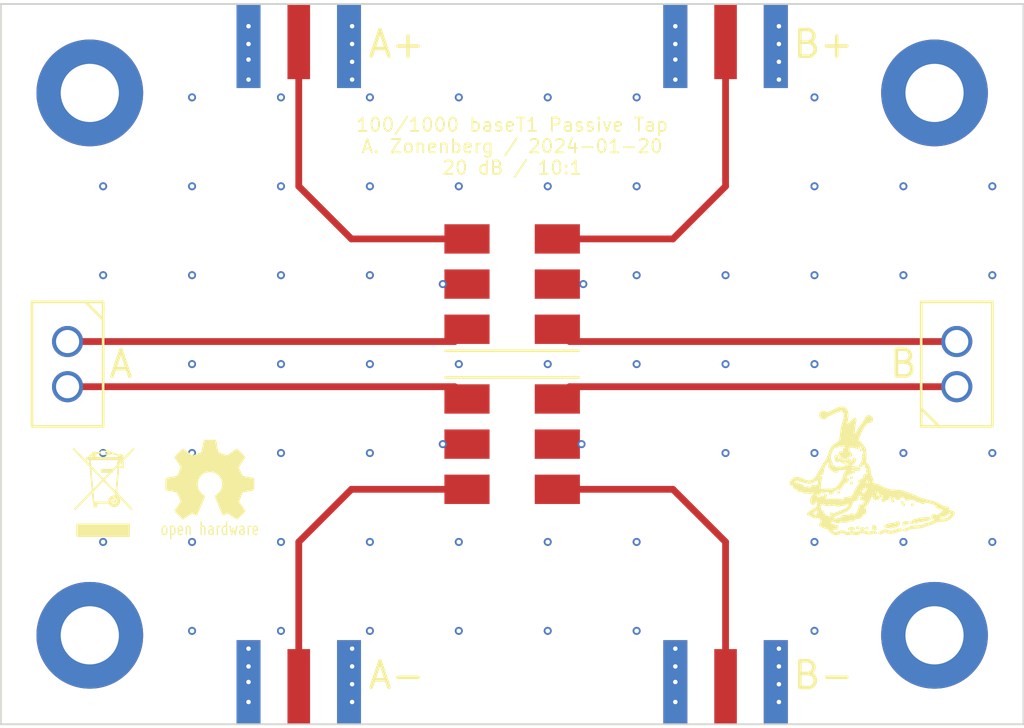
<source format=kicad_pcb>
(kicad_pcb (version 20211014) (generator pcbnew)
  (layers (0 "F.Cu" signal) (1 "In1.Cu" signal) (2 "In2.Cu" signal) (31 "B.Cu" signal) (34 "B.Paste" user) (35 "F.Paste" user) (36 "B.SilkS" user "B.Silkscreen") (37 "F.SilkS" user "F.Silkscreen") (38 "B.Mask" user) (39 "F.Mask" user) (44 "Edge.Cuts" user))
  (net 0 "")
  (net 1 "/IN_P")
  (net 2 "/IN_N")
  (net 3 "/FWD_P")
  (net 4 "/GND")
  (net 5 "/FWD_N")
  (net 6 "/REV_P")
  (net 7 "/REV_N")
  (net 8 "/OUT_P")
  (net 9 "/OUT_N")
  (footprint "azonenberg_pcb:CONN_SMA_EDGE_SAMTEC_SMA_J_P_H_ST_EM1" (layer "F.Cu") (at 46 95.225)
    (fp_text reference "J3" hide)
    (fp_text value "SMA" hide)
    (pad "1" smd rect locked (at 0 -2.1) (size 1.27 4.2) (layers "F.Cu" "F.Paste" "F.Mask") (net 5 "/FWD_N"))
    (pad "2" smd rect locked (at -2.825 -2.35) (size 1.35 4.7) (layers "F.Cu" "F.Paste" "F.Mask") (net 4 "/GND"))
    (pad "2" smd rect locked (at -2.825 -2.35) (size 1.35 4.7) (layers "B.Cu" "B.Mask") (net 4 "/GND"))
    (pad "2" smd rect locked (at 2.825 -2.35 180) (size 1.35 4.7) (layers "B.Cu" "B.Mask") (net 4 "/GND"))
    (pad "2" smd rect locked (at 2.825 -2.35) (size 1.35 4.7) (layers "F.Cu" "F.Paste" "F.Mask") (net 4 "/GND"))
  )
  (footprint "azonenberg_pcb:CONN_SMA_EDGE_SAMTEC_SMA_J_P_H_ST_EM1" (layer "F.Cu") (at 70 54.774999 180)
    (fp_text reference "J4" hide)
    (fp_text value "SMA" hide)
    (pad "1" smd rect locked (at 0 -2.1 180) (size 1.27 4.2) (layers "F.Cu" "F.Paste" "F.Mask") (net 6 "/REV_P"))
    (pad "2" smd rect locked (at -2.825 -2.35 180) (size 1.35 4.7) (layers "B.Cu" "B.Mask") (net 4 "/GND"))
    (pad "2" smd rect locked (at 2.825 -2.35) (size 1.35 4.7) (layers "B.Cu" "B.Mask") (net 4 "/GND"))
    (pad "2" smd rect locked (at 2.825 -2.35 180) (size 1.35 4.7) (layers "F.Cu" "F.Paste" "F.Mask") (net 4 "/GND"))
    (pad "2" smd rect locked (at -2.825 -2.35 180) (size 1.35 4.7) (layers "F.Cu" "F.Paste" "F.Mask") (net 4 "/GND"))
  )
  (footprint "azonenberg_pcb:MECHANICAL_CLEARANCEHOLE_4_40" (layer "F.Cu") (at 81.75 90.25)
    (fp_text reference "MH3" hide)
    (fp_text value "SCREWHOLE" hide)
    (pad "1" thru_hole circle (at 0 0) (size 6 6) (drill 3.27) (layers *.Cu *.Mask))
  )
  (footprint "azonenberg_pcb:CONN_HEADER_2.54MM_1x2" (layer "F.Cu") (at 33 75 -90)
    (fp_text reference "J1" hide)
    (fp_text value "TERMINALS" hide)
    (pad "1" thru_hole circle (at -1.27 0 270) (size 1.75 1.75) (drill 1.3) (layers *.Cu *.Mask) (net 1 "/IN_P"))
    (pad "2" thru_hole circle (at 1.27 0 270) (size 1.75 1.75) (drill 1.3) (layers *.Cu *.Mask) (net 2 "/IN_N"))
  )
  (footprint "azonenberg_pcb:MECHANICAL_CLEARANCEHOLE_4_40" (layer "F.Cu") (at 81.75 59.75)
    (fp_text reference "MH1" hide)
    (fp_text value "SCREWHOLE" hide)
    (pad "1" thru_hole circle (at 0 0) (size 6 6) (drill 3.27) (layers *.Cu *.Mask))
  )
  (footprint "azonenberg_pcb:MECHANICAL_CLEARANCEHOLE_4_40" (layer "F.Cu") (at 34.25 59.75)
    (fp_text reference "MH2" hide)
    (fp_text value "SCREWHOLE" hide)
    (pad "1" thru_hole circle (at 0 0) (size 6 6) (drill 3.27) (layers *.Cu *.Mask))
  )
  (footprint "azonenberg_pcb:CONN_HEADER_2.54MM_1x2" (layer "F.Cu") (at 83 75 90)
    (fp_text reference "J6" hide)
    (fp_text value "TERMINALS" hide)
    (pad "1" thru_hole circle (at -1.27 0 90) (size 1.75 1.75) (drill 1.3) (layers *.Cu *.Mask) (net 9 "/OUT_N"))
    (pad "2" thru_hole circle (at 1.27 0 90) (size 1.75 1.75) (drill 1.3) (layers *.Cu *.Mask) (net 8 "/OUT_P"))
  )
  (footprint "azonenberg_pcb:CONN_SMA_EDGE_SAMTEC_SMA_J_P_H_ST_EM1" (layer "F.Cu") (at 70 95.225)
    (fp_text reference "J5" hide)
    (fp_text value "SMA" hide)
    (pad "1" smd rect locked (at 0 -2.1) (size 1.27 4.2) (layers "F.Cu" "F.Paste" "F.Mask") (net 7 "/REV_N"))
    (pad "2" smd rect locked (at -2.825 -2.35) (size 1.35 4.7) (layers "F.Cu" "F.Paste" "F.Mask") (net 4 "/GND"))
    (pad "2" smd rect locked (at 2.825 -2.35) (size 1.35 4.7) (layers "F.Cu" "F.Paste" "F.Mask") (net 4 "/GND"))
    (pad "2" smd rect locked (at 2.825 -2.35 180) (size 1.35 4.7) (layers "B.Cu" "B.Mask") (net 4 "/GND"))
    (pad "2" smd rect locked (at -2.825 -2.35) (size 1.35 4.7) (layers "B.Cu" "B.Mask") (net 4 "/GND"))
  )
  (footprint "azonenberg_pcb:COUPLER_MINICIRCUITS_ADCB-20-82+" (layer "F.Cu") (at 58 79.5 -90)
    (fp_text reference "U2" hide)
    (fp_text value "ADCB-20-82+" hide)
    (pad "1" smd rect (at -2.54 2.54 270) (size 1.65 2.54) (layers "F.Cu" "F.Paste" "F.Mask") (net 2 "/IN_N"))
    (pad "2" smd rect (at 0 2.54 270) (size 1.65 2.54) (layers "F.Cu" "F.Paste" "F.Mask") (net 4 "/GND"))
    (pad "3" smd rect (at 2.54 2.54 270) (size 1.65 2.54) (layers "F.Cu" "F.Paste" "F.Mask") (net 5 "/FWD_N"))
    (pad "4" smd rect (at 2.54 -2.54 270) (size 1.65 2.54) (layers "F.Cu" "F.Paste" "F.Mask") (net 7 "/REV_N"))
    (pad "5" smd rect (at 0 -2.54 270) (size 1.65 2.54) (layers "F.Cu" "F.Paste" "F.Mask") (net 4 "/GND"))
    (pad "6" smd rect (at -2.54 -2.54 270) (size 1.65 2.54) (layers "F.Cu" "F.Paste" "F.Mask") (net 9 "/OUT_N"))
  )
  (footprint "w_logo:Logo_silk_OSHW_6x6mm" (layer "F.Cu") (at 41 81.5)
    (fp_text reference "M3" hide)
    (fp_text value "LOGO" hide)
  )
  (footprint "azonenberg_pcb:COUPLER_MINICIRCUITS_ADCB-20-82+" (layer "F.Cu") (at 58 70.5 90)
    (fp_text reference "U1" hide)
    (fp_text value "ADCB-20-82+" hide)
    (pad "1" smd rect (at -2.54 2.54 90) (size 1.65 2.54) (layers "F.Cu" "F.Paste" "F.Mask") (net 8 "/OUT_P"))
    (pad "2" smd rect (at 0 2.54 90) (size 1.65 2.54) (layers "F.Cu" "F.Paste" "F.Mask") (net 4 "/GND"))
    (pad "3" smd rect (at 2.54 2.54 90) (size 1.65 2.54) (layers "F.Cu" "F.Paste" "F.Mask") (net 6 "/REV_P"))
    (pad "4" smd rect (at 2.54 -2.54 90) (size 1.65 2.54) (layers "F.Cu" "F.Paste" "F.Mask") (net 3 "/FWD_P"))
    (pad "5" smd rect (at 0 -2.54 90) (size 1.65 2.54) (layers "F.Cu" "F.Paste" "F.Mask") (net 4 "/GND"))
    (pad "6" smd rect (at -2.54 -2.54 90) (size 1.65 2.54) (layers "F.Cu" "F.Paste" "F.Mask") (net 1 "/IN_P"))
  )
  (footprint "azonenberg_pcb:MECHANICAL_CLEARANCEHOLE_4_40" (layer "F.Cu") (at 34.25 90.25)
    (fp_text reference "MH4" hide)
    (fp_text value "SCREWHOLE" hide)
    (pad "1" thru_hole circle (at 0 0) (size 6 6) (drill 3.27) (layers *.Cu *.Mask))
  )
  (footprint "w_logo:Logo_silk_WEEE_3.4x5mm" (layer "F.Cu") (at 35 82.25)
    (fp_text reference "M2" hide)
    (fp_text value "LOGO" hide)
  )
  (footprint "azonenberg_pcb:CONN_SMA_EDGE_SAMTEC_SMA_J_P_H_ST_EM1" (layer "F.Cu") (at 46 54.774999 180)
    (fp_text reference "J2" hide)
    (fp_text value "SMA" hide)
    (pad "1" smd rect locked (at 0 -2.1 180) (size 1.27 4.2) (layers "F.Cu" "F.Paste" "F.Mask") (net 3 "/FWD_P"))
    (pad "2" smd rect locked (at -2.825 -2.35 180) (size 1.35 4.7) (layers "F.Cu" "F.Paste" "F.Mask") (net 4 "/GND"))
    (pad "2" smd rect locked (at -2.825 -2.35 180) (size 1.35 4.7) (layers "B.Cu" "B.Mask") (net 4 "/GND"))
    (pad "2" smd rect locked (at 2.825 -2.35) (size 1.35 4.7) (layers "B.Cu" "B.Mask") (net 4 "/GND"))
    (pad "2" smd rect locked (at 2.825 -2.35 180) (size 1.35 4.7) (layers "F.Cu" "F.Paste" "F.Mask") (net 4 "/GND"))
  )
  (footprint "azonenberg_pcb:LONGTHING-1200DPI" (layer "F.Cu") (at 78.799031 81.379721)
    (fp_text reference "M1" hide)
    (fp_text value "LOGO" hide)
  )
  (gr_line (start 86.75 54.75) (end 86.75 95.25) (layer "Edge.Cuts") (width 0.1))
  (gr_line (start 29.25 54.75) (end 29.25 95.25) (layer "Edge.Cuts") (width 0.1))
  (gr_line (start 29.25 95.25) (end 86.75 95.25) (layer "Edge.Cuts") (width 0.1))
  (gr_line (start 29.25 54.75) (end 86.75 54.75) (layer "Edge.Cuts") (width 0.1))
  (gr_text "B" (at 80 74.98) (layer "F.SilkS") (effects (font (size 1.5 1.5) (thickness 0.2))))
  (gr_text "A" (at 36 75) (layer "F.SilkS") (effects (font (size 1.5 1.5) (thickness 0.2))))
  (gr_text "A+" (at 51.5 57) (layer "F.SilkS") (effects (font (size 1.5 1.5) (thickness 0.2))))
  (gr_text "B+" (at 75.5 57) (layer "F.SilkS") (effects (font (size 1.5 1.5) (thickness 0.2))))
  (gr_text "B-" (at 75.5 92.5) (layer "F.SilkS") (effects (font (size 1.5 1.5) (thickness 0.2))))
  (gr_text "A-" (at 51.5 92.5) (layer "F.SilkS") (effects (font (size 1.5 1.5) (thickness 0.2))))
  (gr_text "100/1000 baseT1 Passive Tap\nA. Zonenberg / 2024-01-20\n20 dB / 10:1" (at 58 62.75) (layer "F.SilkS") (effects (font (size 0.75 0.75) (thickness 0.1))))
  (segment (start 33 73.73) (end 54.77 73.73) (width 0.381) (layer "F.Cu") (net 1))
  (segment (start 54.77 73.73) (end 55.46 73.04) (width 0.381) (layer "F.Cu") (net 1))
  (segment (start 33 76.27) (end 54.77 76.27) (width 0.381) (layer "F.Cu") (net 2))
  (segment (start 54.77 76.27) (end 55.46 76.96) (width 0.381) (layer "F.Cu") (net 2))
  (segment (start 48.96 67.96) (end 46 65) (width 0.381) (layer "F.Cu") (net 3))
  (segment (start 55.46 67.96) (end 48.96 67.96) (width 0.381) (layer "F.Cu") (net 3))
  (segment (start 46 65) (end 46 56.874999) (width 0.381) (layer "F.Cu") (net 3))
  (segment (start 55.46 79.5) (end 54.1 79.5) (width 0.125) (layer "F.Cu") (net 4))
  (segment (start 60.54 79.5) (end 61.9 79.5) (width 0.125) (layer "F.Cu") (net 4))
  (segment (start 60.54 70.5) (end 62 70.5) (width 0.125) (layer "F.Cu") (net 4))
  (segment (start 55.46 70.5) (end 54.1 70.5) (width 0.125) (layer "F.Cu") (net 4))
  (via (at 50 75) (size 0.45) (drill 0.25) (layers "F.Cu" "B.Cu") (net 4))
  (via (at 75 85) (size 0.45) (drill 0.25) (layers "F.Cu" "B.Cu") (net 4))
  (via (at 67.175 91) (size 0.45) (drill 0.25) (layers "F.Cu" "B.Cu") (net 4))
  (via (at 85 80) (size 0.45) (drill 0.25) (layers "F.Cu" "B.Cu") (net 4))
  (via (at 65 75) (size 0.45) (drill 0.25) (layers "F.Cu" "B.Cu") (net 4))
  (via (at 75 90) (size 0.45) (drill 0.25) (layers "F.Cu" "B.Cu") (net 4))
  (via (at 49 91) (size 0.45) (drill 0.25) (layers "F.Cu" "B.Cu") (net 4))
  (via (at 40 60) (size 0.45) (drill 0.25) (layers "F.Cu" "B.Cu") (net 4))
  (via (at 40 75) (size 0.45) (drill 0.25) (layers "F.Cu" "B.Cu") (net 4))
  (via (at 85 85) (size 0.45) (drill 0.25) (layers "F.Cu" "B.Cu") (net 4))
  (via (at 85 70) (size 0.45) (drill 0.25) (layers "F.Cu" "B.Cu") (net 4))
  (via (at 40 70) (size 0.45) (drill 0.25) (layers "F.Cu" "B.Cu") (net 4))
  (via (at 65 90) (size 0.45) (drill 0.25) (layers "F.Cu" "B.Cu") (net 4))
  (via (at 80 70) (size 0.45) (drill 0.25) (layers "F.Cu" "B.Cu") (net 4))
  (via (at 49 92) (size 0.45) (drill 0.25) (layers "F.Cu" "B.Cu") (net 4))
  (via (at 73 59) (size 0.45) (drill 0.25) (layers "F.Cu" "B.Cu") (net 4))
  (via (at 54.1 70.5) (size 0.45) (drill 0.25) (layers "F.Cu" "B.Cu") (net 4))
  (via (at 55 60) (size 0.45) (drill 0.25) (layers "F.Cu" "B.Cu") (net 4))
  (via (at 55 65) (size 0.45) (drill 0.25) (layers "F.Cu" "B.Cu") (net 4))
  (via (at 40 85) (size 0.45) (drill 0.25) (layers "F.Cu" "B.Cu") (net 4))
  (via (at 45 75) (size 0.45) (drill 0.25) (layers "F.Cu" "B.Cu") (net 4))
  (via (at 73 91) (size 0.45) (drill 0.25) (layers "F.Cu" "B.Cu") (net 4))
  (via (at 35 65) (size 0.45) (drill 0.25) (layers "F.Cu" "B.Cu") (net 4))
  (via (at 50 60) (size 0.45) (drill 0.25) (layers "F.Cu" "B.Cu") (net 4))
  (via (at 40 80) (size 0.45) (drill 0.25) (layers "F.Cu" "B.Cu") (net 4))
  (via (at 35 70) (size 0.45) (drill 0.25) (layers "F.Cu" "B.Cu") (net 4))
  (via (at 40 90) (size 0.45) (drill 0.25) (layers "F.Cu" "B.Cu") (net 4))
  (via (at 40 65) (size 0.45) (drill 0.25) (layers "F.Cu" "B.Cu") (net 4))
  (via (at 62 70.5) (size 0.45) (drill 0.25) (layers "F.Cu" "B.Cu") (net 4))
  (via (at 43.175 57) (size 0.45) (drill 0.25) (layers "F.Cu" "B.Cu") (net 4))
  (via (at 50 80) (size 0.45) (drill 0.25) (layers "F.Cu" "B.Cu") (net 4))
  (via (at 65 70) (size 0.45) (drill 0.25) (layers "F.Cu" "B.Cu") (net 4))
  (via (at 70 75) (size 0.45) (drill 0.25) (layers "F.Cu" "B.Cu") (net 4))
  (via (at 50 70) (size 0.45) (drill 0.25) (layers "F.Cu" "B.Cu") (net 4))
  (via (at 60 75) (size 0.45) (drill 0.25) (layers "F.Cu" "B.Cu") (net 4))
  (via (at 75 80) (size 0.45) (drill 0.25) (layers "F.Cu" "B.Cu") (net 4))
  (via (at 45 85) (size 0.45) (drill 0.25) (layers "F.Cu" "B.Cu") (net 4))
  (via (at 80 65) (size 0.45) (drill 0.25) (layers "F.Cu" "B.Cu") (net 4))
  (via (at 45 60) (size 0.45) (drill 0.25) (layers "F.Cu" "B.Cu") (net 4))
  (via (at 43.175 94) (size 0.45) (drill 0.25) (layers "F.Cu" "B.Cu") (net 4))
  (via (at 55 90) (size 0.45) (drill 0.25) (layers "F.Cu" "B.Cu") (net 4))
  (via (at 80 80) (size 0.45) (drill 0.25) (layers "F.Cu" "B.Cu") (net 4))
  (via (at 67.175 57) (size 0.45) (drill 0.25) (layers "F.Cu" "B.Cu") (net 4))
  (via (at 43.175 92.875) (size 0.45) (drill 0.25) (layers "F.Cu" "B.Cu") (net 4))
  (via (at 35 80) (size 0.45) (drill 0.25) (layers "F.Cu" "B.Cu") (net 4))
  (via (at 60 90) (size 0.45) (drill 0.25) (layers "F.Cu" "B.Cu") (net 4))
  (via (at 49 59) (size 0.45) (drill 0.25) (layers "F.Cu" "B.Cu") (net 4))
  (via (at 43.175 57.875) (size 0.45) (drill 0.25) (layers "F.Cu" "B.Cu") (net 4))
  (via (at 75 70) (size 0.45) (drill 0.25) (layers "F.Cu" "B.Cu") (net 4))
  (via (at 73 58) (size 0.45) (drill 0.25) (layers "F.Cu" "B.Cu") (net 4))
  (via (at 65 65) (size 0.45) (drill 0.25) (layers "F.Cu" "B.Cu") (net 4))
  (via (at 67.175 94) (size 0.45) (drill 0.25) (layers "F.Cu" "B.Cu") (net 4))
  (via (at 43.175 59) (size 0.45) (drill 0.25) (layers "F.Cu" "B.Cu") (net 4))
  (via (at 80 85) (size 0.45) (drill 0.25) (layers "F.Cu" "B.Cu") (net 4))
  (via (at 73 92) (size 0.45) (drill 0.25) (layers "F.Cu" "B.Cu") (net 4))
  (via (at 73 56) (size 0.45) (drill 0.25) (layers "F.Cu" "B.Cu") (net 4))
  (via (at 50 65) (size 0.45) (drill 0.25) (layers "F.Cu" "B.Cu") (net 4))
  (via (at 70 80) (size 0.45) (drill 0.25) (layers "F.Cu" "B.Cu") (net 4))
  (via (at 45 90) (size 0.45) (drill 0.25) (layers "F.Cu" "B.Cu") (net 4))
  (via (at 45 65) (size 0.45) (drill 0.25) (layers "F.Cu" "B.Cu") (net 4))
  (via (at 67.175 92.875) (size 0.45) (drill 0.25) (layers "F.Cu" "B.Cu") (net 4))
  (via (at 73 57) (size 0.45) (drill 0.25) (layers "F.Cu" "B.Cu") (net 4))
  (via (at 85 65) (size 0.45) (drill 0.25) (layers "F.Cu" "B.Cu") (net 4))
  (via (at 45 70) (size 0.45) (drill 0.25) (layers "F.Cu" "B.Cu") (net 4))
  (via (at 49 58) (size 0.45) (drill 0.25) (layers "F.Cu" "B.Cu") (net 4))
  (via (at 75 75) (size 0.45) (drill 0.25) (layers "F.Cu" "B.Cu") (net 4))
  (via (at 73 94) (size 0.45) (drill 0.25) (layers "F.Cu" "B.Cu") (net 4))
  (via (at 55 85) (size 0.45) (drill 0.25) (layers "F.Cu" "B.Cu") (net 4))
  (via (at 73 93) (size 0.45) (drill 0.25) (layers "F.Cu" "B.Cu") (net 4))
  (via (at 43.175 91) (size 0.45) (drill 0.25) (layers "F.Cu" "B.Cu") (net 4))
  (via (at 67.175 59) (size 0.45) (drill 0.25) (layers "F.Cu" "B.Cu") (net 4))
  (via (at 50 90) (size 0.45) (drill 0.25) (layers "F.Cu" "B.Cu") (net 4))
  (via (at 49 57) (size 0.45) (drill 0.25) (layers "F.Cu" "B.Cu") (net 4))
  (via (at 45 80) (size 0.45) (drill 0.25) (layers "F.Cu" "B.Cu") (net 4))
  (via (at 55 75) (size 0.45) (drill 0.25) (layers "F.Cu" "B.Cu") (net 4))
  (via (at 67.175 56) (size 0.45) (drill 0.25) (layers "F.Cu" "B.Cu") (net 4))
  (via (at 43.175 56) (size 0.45) (drill 0.25) (layers "F.Cu" "B.Cu") (net 4))
  (via (at 65 85) (size 0.45) (drill 0.25) (layers "F.Cu" "B.Cu") (net 4))
  (via (at 60 60) (size 0.45) (drill 0.25) (layers "F.Cu" "B.Cu") (net 4))
  (via (at 75 65) (size 0.45) (drill 0.25) (layers "F.Cu" "B.Cu") (net 4))
  (via (at 67.175 57.875) (size 0.45) (drill 0.25) (layers "F.Cu" "B.Cu") (net 4))
  (via (at 35 85) (size 0.45) (drill 0.25) (layers "F.Cu" "B.Cu") (net 4))
  (via (at 49 56) (size 0.45) (drill 0.25) (layers "F.Cu" "B.Cu") (net 4))
  (via (at 70 70) (size 0.45) (drill 0.25) (layers "F.Cu" "B.Cu") (net 4))
  (via (at 75 60) (size 0.45) (drill 0.25) (layers "F.Cu" "B.Cu") (net 4))
  (via (at 54.1 79.5) (size 0.45) (drill 0.25) (layers "F.Cu" "B.Cu") (net 4))
  (via (at 67.175 92) (size 0.45) (drill 0.25) (layers "F.Cu" "B.Cu") (net 4))
  (via (at 65 60) (size 0.45) (drill 0.25) (layers "F.Cu" "B.Cu") (net 4))
  (via (at 50 85) (size 0.45) (drill 0.25) (layers "F.Cu" "B.Cu") (net 4))
  (via (at 60 85) (size 0.45) (drill 0.25) (layers "F.Cu" "B.Cu") (net 4))
  (via (at 49 94) (size 0.45) (drill 0.25) (layers "F.Cu" "B.Cu") (net 4))
  (via (at 43.175 92) (size 0.45) (drill 0.25) (layers "F.Cu" "B.Cu") (net 4))
  (via (at 49 93) (size 0.45) (drill 0.25) (layers "F.Cu" "B.Cu") (net 4))
  (via (at 60 65) (size 0.45) (drill 0.25) (layers "F.Cu" "B.Cu") (net 4))
  (via (at 61.9 79.5) (size 0.45) (drill 0.25) (layers "F.Cu" "B.Cu") (net 4))
  (segment (start 55.46 82.04) (end 48.96 82.04) (width 0.381) (layer "F.Cu") (net 5))
  (segment (start 48.96 82.04) (end 46 85) (width 0.381) (layer "F.Cu") (net 5))
  (segment (start 46 85) (end 46 93.125) (width 0.381) (layer "F.Cu") (net 5))
  (segment (start 70 65) (end 70 56.874999) (width 0.381) (layer "F.Cu") (net 6))
  (segment (start 67.04 67.96) (end 70 65) (width 0.381) (layer "F.Cu") (net 6))
  (segment (start 60.54 67.96) (end 67.04 67.96) (width 0.381) (layer "F.Cu") (net 6))
  (segment (start 67.04 82.04) (end 70 85) (width 0.381) (layer "F.Cu") (net 7))
  (segment (start 60.54 82.04) (end 67.04 82.04) (width 0.381) (layer "F.Cu") (net 7))
  (segment (start 70 85) (end 70 93.125) (width 0.381) (layer "F.Cu") (net 7))
  (segment (start 83 73.73) (end 61.23 73.73) (width 0.381) (layer "F.Cu") (net 8))
  (segment (start 61.23 73.73) (end 60.54 73.04) (width 0.381) (layer "F.Cu") (net 8))
  (segment (start 83 76.27) (end 61.23 76.27) (width 0.381) (layer "F.Cu") (net 9))
  (segment (start 61.23 76.27) (end 60.54 76.96) (width 0.381) (layer "F.Cu") (net 9))
)
</source>
